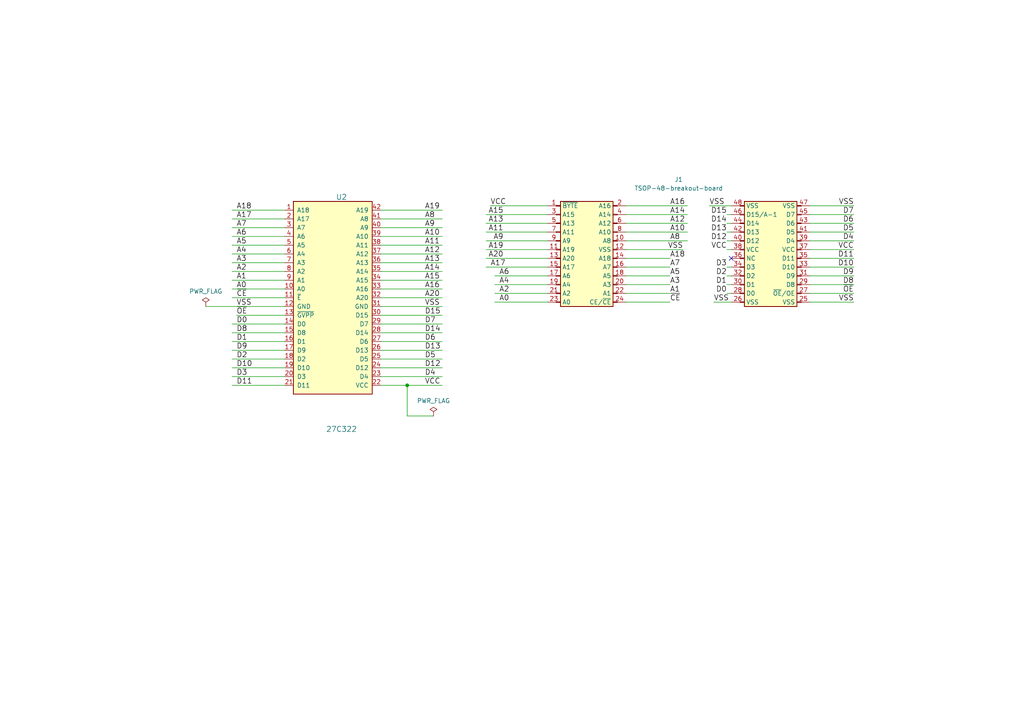
<source format=kicad_sch>
(kicad_sch (version 20211123) (generator eeschema)

  (uuid 4a8c20fe-5d4b-4608-b415-abbf95e0d2b1)

  (paper "A4")

  (lib_symbols
    (symbol "TSOP-48-breakout-board:27C322-adaptor" (pin_names (offset 1.016)) (in_bom yes) (on_board yes)
      (property "Reference" "U2" (id 0) (at -2.54 10.16 0)
        (effects (font (size 1.524 1.524)))
      )
      (property "Value" "27C322-adaptor" (id 1) (at -2.54 -49.53 0)
        (effects (font (size 1.524 1.524)))
      )
      (property "Footprint" "Library:27C322 Adaptor" (id 2) (at 0 0 0)
        (effects (font (size 1.524 1.524)) hide)
      )
      (property "Datasheet" "" (id 3) (at 0 0 0)
        (effects (font (size 1.524 1.524)))
      )
      (symbol "27C322-adaptor_0_0"
        (pin power_in line (at 11.43 -21.59 180) (length 2.54)
          (name "GND" (effects (font (size 1.27 1.27))))
          (number "31" (effects (font (size 1.27 1.27))))
        )
      )
      (symbol "27C322-adaptor_1_1"
        (rectangle (start -13.97 8.89) (end 8.89 -46.99)
          (stroke (width 0.254) (type default) (color 0 0 0 0))
          (fill (type background))
        )
        (pin input line (at -16.51 6.35 0) (length 2.54)
          (name "A18" (effects (font (size 1.27 1.27))))
          (number "1" (effects (font (size 1.27 1.27))))
        )
        (pin input line (at -16.51 -16.51 0) (length 2.54)
          (name "A0" (effects (font (size 1.27 1.27))))
          (number "10" (effects (font (size 1.27 1.27))))
        )
        (pin input line (at -16.51 -19.05 0) (length 2.54)
          (name "~{E}" (effects (font (size 1.27 1.27))))
          (number "11" (effects (font (size 1.27 1.27))))
        )
        (pin power_in line (at -16.51 -21.59 0) (length 2.54)
          (name "GND" (effects (font (size 1.27 1.27))))
          (number "12" (effects (font (size 1.27 1.27))))
        )
        (pin input line (at -16.51 -24.13 0) (length 2.54)
          (name "~{GVPP}" (effects (font (size 1.27 1.27))))
          (number "13" (effects (font (size 1.27 1.27))))
        )
        (pin tri_state line (at -16.51 -26.67 0) (length 2.54)
          (name "D0" (effects (font (size 1.27 1.27))))
          (number "14" (effects (font (size 1.27 1.27))))
        )
        (pin tri_state line (at -16.51 -29.21 0) (length 2.54)
          (name "D8" (effects (font (size 1.27 1.27))))
          (number "15" (effects (font (size 1.27 1.27))))
        )
        (pin tri_state line (at -16.51 -31.75 0) (length 2.54)
          (name "D1" (effects (font (size 1.27 1.27))))
          (number "16" (effects (font (size 1.27 1.27))))
        )
        (pin tri_state line (at -16.51 -34.29 0) (length 2.54)
          (name "D9" (effects (font (size 1.27 1.27))))
          (number "17" (effects (font (size 1.27 1.27))))
        )
        (pin tri_state line (at -16.51 -36.83 0) (length 2.54)
          (name "D2" (effects (font (size 1.27 1.27))))
          (number "18" (effects (font (size 1.27 1.27))))
        )
        (pin tri_state line (at -16.51 -39.37 0) (length 2.54)
          (name "D10" (effects (font (size 1.27 1.27))))
          (number "19" (effects (font (size 1.27 1.27))))
        )
        (pin input line (at -16.51 3.81 0) (length 2.54)
          (name "A17" (effects (font (size 1.27 1.27))))
          (number "2" (effects (font (size 1.27 1.27))))
        )
        (pin tri_state line (at -16.51 -41.91 0) (length 2.54)
          (name "D3" (effects (font (size 1.27 1.27))))
          (number "20" (effects (font (size 1.27 1.27))))
        )
        (pin tri_state line (at -16.51 -44.45 0) (length 2.54)
          (name "D11" (effects (font (size 1.27 1.27))))
          (number "21" (effects (font (size 1.27 1.27))))
        )
        (pin power_in line (at 11.43 -44.45 180) (length 2.54)
          (name "VCC" (effects (font (size 1.27 1.27))))
          (number "22" (effects (font (size 1.27 1.27))))
        )
        (pin tri_state line (at 11.43 -41.91 180) (length 2.54)
          (name "D4" (effects (font (size 1.27 1.27))))
          (number "23" (effects (font (size 1.27 1.27))))
        )
        (pin tri_state line (at 11.43 -39.37 180) (length 2.54)
          (name "D12" (effects (font (size 1.27 1.27))))
          (number "24" (effects (font (size 1.27 1.27))))
        )
        (pin tri_state line (at 11.43 -36.83 180) (length 2.54)
          (name "D5" (effects (font (size 1.27 1.27))))
          (number "25" (effects (font (size 1.27 1.27))))
        )
        (pin tri_state line (at 11.43 -34.29 180) (length 2.54)
          (name "D13" (effects (font (size 1.27 1.27))))
          (number "26" (effects (font (size 1.27 1.27))))
        )
        (pin tri_state line (at 11.43 -31.75 180) (length 2.54)
          (name "D6" (effects (font (size 1.27 1.27))))
          (number "27" (effects (font (size 1.27 1.27))))
        )
        (pin tri_state line (at 11.43 -29.21 180) (length 2.54)
          (name "D14" (effects (font (size 1.27 1.27))))
          (number "28" (effects (font (size 1.27 1.27))))
        )
        (pin tri_state line (at 11.43 -26.67 180) (length 2.54)
          (name "D7" (effects (font (size 1.27 1.27))))
          (number "29" (effects (font (size 1.27 1.27))))
        )
        (pin input line (at -16.51 1.27 0) (length 2.54)
          (name "A7" (effects (font (size 1.27 1.27))))
          (number "3" (effects (font (size 1.27 1.27))))
        )
        (pin tri_state line (at 11.43 -24.13 180) (length 2.54)
          (name "D15" (effects (font (size 1.27 1.27))))
          (number "30" (effects (font (size 1.27 1.27))))
        )
        (pin input line (at 11.43 -19.05 180) (length 2.54)
          (name "A20" (effects (font (size 1.27 1.27))))
          (number "32" (effects (font (size 1.27 1.27))))
        )
        (pin input line (at 11.43 -16.51 180) (length 2.54)
          (name "A16" (effects (font (size 1.27 1.27))))
          (number "33" (effects (font (size 1.27 1.27))))
        )
        (pin input line (at 11.43 -13.97 180) (length 2.54)
          (name "A15" (effects (font (size 1.27 1.27))))
          (number "34" (effects (font (size 1.27 1.27))))
        )
        (pin input line (at 11.43 -11.43 180) (length 2.54)
          (name "A14" (effects (font (size 1.27 1.27))))
          (number "35" (effects (font (size 1.27 1.27))))
        )
        (pin input line (at 11.43 -8.89 180) (length 2.54)
          (name "A13" (effects (font (size 1.27 1.27))))
          (number "36" (effects (font (size 1.27 1.27))))
        )
        (pin input line (at 11.43 -6.35 180) (length 2.54)
          (name "A12" (effects (font (size 1.27 1.27))))
          (number "37" (effects (font (size 1.27 1.27))))
        )
        (pin input line (at 11.43 -3.81 180) (length 2.54)
          (name "A11" (effects (font (size 1.27 1.27))))
          (number "38" (effects (font (size 1.27 1.27))))
        )
        (pin input line (at 11.43 -1.27 180) (length 2.54)
          (name "A10" (effects (font (size 1.27 1.27))))
          (number "39" (effects (font (size 1.27 1.27))))
        )
        (pin input line (at -16.51 -1.27 0) (length 2.54)
          (name "A6" (effects (font (size 1.27 1.27))))
          (number "4" (effects (font (size 1.27 1.27))))
        )
        (pin input line (at 11.43 1.27 180) (length 2.54)
          (name "A9" (effects (font (size 1.27 1.27))))
          (number "40" (effects (font (size 1.27 1.27))))
        )
        (pin input line (at 11.43 3.81 180) (length 2.54)
          (name "A8" (effects (font (size 1.27 1.27))))
          (number "41" (effects (font (size 1.27 1.27))))
        )
        (pin input line (at 11.43 6.35 180) (length 2.54)
          (name "A19" (effects (font (size 1.27 1.27))))
          (number "42" (effects (font (size 1.27 1.27))))
        )
        (pin input line (at -16.51 -3.81 0) (length 2.54)
          (name "A5" (effects (font (size 1.27 1.27))))
          (number "5" (effects (font (size 1.27 1.27))))
        )
        (pin input line (at -16.51 -6.35 0) (length 2.54)
          (name "A4" (effects (font (size 1.27 1.27))))
          (number "6" (effects (font (size 1.27 1.27))))
        )
        (pin input line (at -16.51 -8.89 0) (length 2.54)
          (name "A3" (effects (font (size 1.27 1.27))))
          (number "7" (effects (font (size 1.27 1.27))))
        )
        (pin input line (at -16.51 -11.43 0) (length 2.54)
          (name "A2" (effects (font (size 1.27 1.27))))
          (number "8" (effects (font (size 1.27 1.27))))
        )
        (pin input line (at -16.51 -13.97 0) (length 2.54)
          (name "A1" (effects (font (size 1.27 1.27))))
          (number "9" (effects (font (size 1.27 1.27))))
        )
      )
    )
    (symbol "TSOP-48-breakout-board:TSOP-48-breakout-board" (in_bom yes) (on_board yes)
      (property "Reference" "J" (id 0) (at 1.27 -34.29 0)
        (effects (font (size 1.27 1.27)) (justify bottom))
      )
      (property "Value" "TSOP-48-breakout-board" (id 1) (at 1.27 -35.56 0)
        (effects (font (size 1.27 1.27)))
      )
      (property "Footprint" "Library:TSOP-48_02x02x12_breakout board" (id 2) (at 1.27 6.35 0)
        (effects (font (size 1.27 1.27)) hide)
      )
      (property "Datasheet" "" (id 3) (at -21.59 -13.97 0)
        (effects (font (size 1.27 1.27)) hide)
      )
      (symbol "TSOP-48-breakout-board_1_1"
        (rectangle (start -35.56 -29.083) (end -34.29 -29.337)
          (stroke (width 0.1524) (type default) (color 0 0 0 0))
          (fill (type none))
        )
        (rectangle (start -35.56 -26.543) (end -34.29 -26.797)
          (stroke (width 0.1524) (type default) (color 0 0 0 0))
          (fill (type none))
        )
        (rectangle (start -35.56 -24.003) (end -34.29 -24.257)
          (stroke (width 0.1524) (type default) (color 0 0 0 0))
          (fill (type none))
        )
        (rectangle (start -35.56 -21.463) (end -34.29 -21.717)
          (stroke (width 0.1524) (type default) (color 0 0 0 0))
          (fill (type none))
        )
        (rectangle (start -35.56 -18.923) (end -34.29 -19.177)
          (stroke (width 0.1524) (type default) (color 0 0 0 0))
          (fill (type none))
        )
        (rectangle (start -35.56 -16.383) (end -34.29 -16.637)
          (stroke (width 0.1524) (type default) (color 0 0 0 0))
          (fill (type none))
        )
        (rectangle (start -35.56 -13.843) (end -34.29 -14.097)
          (stroke (width 0.1524) (type default) (color 0 0 0 0))
          (fill (type none))
        )
        (rectangle (start -35.56 -11.303) (end -34.29 -11.557)
          (stroke (width 0.1524) (type default) (color 0 0 0 0))
          (fill (type none))
        )
        (rectangle (start -35.56 -8.763) (end -34.29 -9.017)
          (stroke (width 0.1524) (type default) (color 0 0 0 0))
          (fill (type none))
        )
        (rectangle (start -35.56 -6.223) (end -34.29 -6.477)
          (stroke (width 0.1524) (type default) (color 0 0 0 0))
          (fill (type none))
        )
        (rectangle (start -35.56 -3.683) (end -34.29 -3.937)
          (stroke (width 0.1524) (type default) (color 0 0 0 0))
          (fill (type none))
        )
        (rectangle (start -35.56 -1.143) (end -34.29 -1.397)
          (stroke (width 0.1524) (type default) (color 0 0 0 0))
          (fill (type none))
        )
        (rectangle (start -34.29 0) (end -19.05 -30.48)
          (stroke (width 0.254) (type default) (color 0 0 0 0))
          (fill (type background))
        )
        (rectangle (start -17.78 -29.083) (end -19.05 -29.337)
          (stroke (width 0.1524) (type default) (color 0 0 0 0))
          (fill (type none))
        )
        (rectangle (start -17.78 -26.543) (end -19.05 -26.797)
          (stroke (width 0.1524) (type default) (color 0 0 0 0))
          (fill (type none))
        )
        (rectangle (start -17.78 -24.003) (end -19.05 -24.257)
          (stroke (width 0.1524) (type default) (color 0 0 0 0))
          (fill (type none))
        )
        (rectangle (start -17.78 -21.463) (end -19.05 -21.717)
          (stroke (width 0.1524) (type default) (color 0 0 0 0))
          (fill (type none))
        )
        (rectangle (start -17.78 -18.923) (end -19.05 -19.177)
          (stroke (width 0.1524) (type default) (color 0 0 0 0))
          (fill (type none))
        )
        (rectangle (start -17.78 -16.383) (end -19.05 -16.637)
          (stroke (width 0.1524) (type default) (color 0 0 0 0))
          (fill (type none))
        )
        (rectangle (start -17.78 -13.843) (end -19.05 -14.097)
          (stroke (width 0.1524) (type default) (color 0 0 0 0))
          (fill (type none))
        )
        (rectangle (start -17.78 -11.303) (end -19.05 -11.557)
          (stroke (width 0.1524) (type default) (color 0 0 0 0))
          (fill (type none))
        )
        (rectangle (start -17.78 -8.763) (end -19.05 -9.017)
          (stroke (width 0.1524) (type default) (color 0 0 0 0))
          (fill (type none))
        )
        (rectangle (start -17.78 -6.223) (end -19.05 -6.477)
          (stroke (width 0.1524) (type default) (color 0 0 0 0))
          (fill (type none))
        )
        (rectangle (start -17.78 -3.683) (end -19.05 -3.937)
          (stroke (width 0.1524) (type default) (color 0 0 0 0))
          (fill (type none))
        )
        (rectangle (start -17.78 -1.143) (end -19.05 -1.397)
          (stroke (width 0.1524) (type default) (color 0 0 0 0))
          (fill (type none))
        )
        (rectangle (start 17.78 -29.083) (end 19.05 -29.337)
          (stroke (width 0.1524) (type default) (color 0 0 0 0))
          (fill (type none))
        )
        (rectangle (start 17.78 -26.797) (end 19.05 -26.543)
          (stroke (width 0.1524) (type default) (color 0 0 0 0))
          (fill (type none))
        )
        (rectangle (start 17.78 -24.257) (end 19.05 -24.003)
          (stroke (width 0.1524) (type default) (color 0 0 0 0))
          (fill (type none))
        )
        (rectangle (start 17.78 -21.717) (end 19.05 -21.463)
          (stroke (width 0.1524) (type default) (color 0 0 0 0))
          (fill (type none))
        )
        (rectangle (start 17.78 -19.177) (end 19.05 -18.923)
          (stroke (width 0.1524) (type default) (color 0 0 0 0))
          (fill (type none))
        )
        (rectangle (start 17.78 -16.637) (end 19.05 -16.383)
          (stroke (width 0.1524) (type default) (color 0 0 0 0))
          (fill (type none))
        )
        (rectangle (start 17.78 -14.097) (end 19.05 -13.843)
          (stroke (width 0.1524) (type default) (color 0 0 0 0))
          (fill (type none))
        )
        (rectangle (start 17.78 -11.557) (end 19.05 -11.303)
          (stroke (width 0.1524) (type default) (color 0 0 0 0))
          (fill (type none))
        )
        (rectangle (start 17.78 -9.017) (end 19.05 -8.763)
          (stroke (width 0.1524) (type default) (color 0 0 0 0))
          (fill (type none))
        )
        (rectangle (start 17.78 -6.477) (end 19.05 -6.223)
          (stroke (width 0.1524) (type default) (color 0 0 0 0))
          (fill (type none))
        )
        (rectangle (start 17.78 -3.937) (end 19.05 -3.683)
          (stroke (width 0.1524) (type default) (color 0 0 0 0))
          (fill (type none))
        )
        (rectangle (start 17.78 -1.143) (end 19.05 -1.397)
          (stroke (width 0.1524) (type default) (color 0 0 0 0))
          (fill (type none))
        )
        (rectangle (start 19.05 0) (end 34.29 -30.48)
          (stroke (width 0.254) (type default) (color 0 0 0 0))
          (fill (type background))
        )
        (rectangle (start 35.56 -29.083) (end 34.29 -29.337)
          (stroke (width 0.1524) (type default) (color 0 0 0 0))
          (fill (type none))
        )
        (rectangle (start 35.56 -26.797) (end 34.29 -26.543)
          (stroke (width 0.1524) (type default) (color 0 0 0 0))
          (fill (type none))
        )
        (rectangle (start 35.56 -24.257) (end 34.29 -24.003)
          (stroke (width 0.1524) (type default) (color 0 0 0 0))
          (fill (type none))
        )
        (rectangle (start 35.56 -21.717) (end 34.29 -21.463)
          (stroke (width 0.1524) (type default) (color 0 0 0 0))
          (fill (type none))
        )
        (rectangle (start 35.56 -19.177) (end 34.29 -18.923)
          (stroke (width 0.1524) (type default) (color 0 0 0 0))
          (fill (type none))
        )
        (rectangle (start 35.56 -16.637) (end 34.29 -16.383)
          (stroke (width 0.1524) (type default) (color 0 0 0 0))
          (fill (type none))
        )
        (rectangle (start 35.56 -14.097) (end 34.29 -13.843)
          (stroke (width 0.1524) (type default) (color 0 0 0 0))
          (fill (type none))
        )
        (rectangle (start 35.56 -11.557) (end 34.29 -11.303)
          (stroke (width 0.1524) (type default) (color 0 0 0 0))
          (fill (type none))
        )
        (rectangle (start 35.56 -9.017) (end 34.29 -8.763)
          (stroke (width 0.1524) (type default) (color 0 0 0 0))
          (fill (type none))
        )
        (rectangle (start 35.56 -6.477) (end 34.29 -6.223)
          (stroke (width 0.1524) (type default) (color 0 0 0 0))
          (fill (type none))
        )
        (rectangle (start 35.56 -3.937) (end 34.29 -3.683)
          (stroke (width 0.1524) (type default) (color 0 0 0 0))
          (fill (type none))
        )
        (rectangle (start 35.56 -1.143) (end 34.29 -1.397)
          (stroke (width 0.1524) (type default) (color 0 0 0 0))
          (fill (type none))
        )
        (pin passive line (at -38.1 -1.27 0) (length 3.81)
          (name "~{BYTE}" (effects (font (size 1.27 1.27))))
          (number "1" (effects (font (size 1.27 1.27))))
        )
        (pin passive line (at -15.24 -11.43 180) (length 3.81)
          (name "A8" (effects (font (size 1.27 1.27))))
          (number "10" (effects (font (size 1.27 1.27))))
        )
        (pin passive line (at -38.1 -13.97 0) (length 3.81)
          (name "A19" (effects (font (size 1.27 1.27))))
          (number "11" (effects (font (size 1.27 1.27))))
        )
        (pin passive line (at -15.24 -13.97 180) (length 3.81)
          (name "VSS" (effects (font (size 1.27 1.27))))
          (number "12" (effects (font (size 1.27 1.27))))
        )
        (pin passive line (at -38.1 -16.51 0) (length 3.81)
          (name "A20" (effects (font (size 1.27 1.27))))
          (number "13" (effects (font (size 1.27 1.27))))
        )
        (pin passive line (at -15.24 -16.51 180) (length 3.81)
          (name "A18" (effects (font (size 1.27 1.27))))
          (number "14" (effects (font (size 1.27 1.27))))
        )
        (pin passive line (at -38.1 -19.05 0) (length 3.81)
          (name "A17" (effects (font (size 1.27 1.27))))
          (number "15" (effects (font (size 1.27 1.27))))
        )
        (pin passive line (at -15.24 -19.05 180) (length 3.81)
          (name "A7" (effects (font (size 1.27 1.27))))
          (number "16" (effects (font (size 1.27 1.27))))
        )
        (pin passive line (at -38.1 -21.59 0) (length 3.81)
          (name "A6" (effects (font (size 1.27 1.27))))
          (number "17" (effects (font (size 1.27 1.27))))
        )
        (pin passive line (at -15.24 -21.59 180) (length 3.81)
          (name "A5" (effects (font (size 1.27 1.27))))
          (number "18" (effects (font (size 1.27 1.27))))
        )
        (pin passive line (at -38.1 -24.13 0) (length 3.81)
          (name "A4" (effects (font (size 1.27 1.27))))
          (number "19" (effects (font (size 1.27 1.27))))
        )
        (pin passive line (at -15.24 -1.27 180) (length 3.81)
          (name "A16" (effects (font (size 1.27 1.27))))
          (number "2" (effects (font (size 1.27 1.27))))
        )
        (pin passive line (at -15.24 -24.13 180) (length 3.81)
          (name "A3" (effects (font (size 1.27 1.27))))
          (number "20" (effects (font (size 1.27 1.27))))
        )
        (pin passive line (at -38.1 -26.67 0) (length 3.81)
          (name "A2" (effects (font (size 1.27 1.27))))
          (number "21" (effects (font (size 1.27 1.27))))
        )
        (pin passive line (at -15.24 -26.67 180) (length 3.81)
          (name "A1" (effects (font (size 1.27 1.27))))
          (number "22" (effects (font (size 1.27 1.27))))
        )
        (pin passive line (at -38.1 -29.21 0) (length 3.81)
          (name "A0" (effects (font (size 1.27 1.27))))
          (number "23" (effects (font (size 1.27 1.27))))
        )
        (pin passive line (at -15.24 -29.21 180) (length 3.81)
          (name "CE/~{CE}" (effects (font (size 1.27 1.27))))
          (number "24" (effects (font (size 1.27 1.27))))
        )
        (pin passive line (at 38.1 -29.21 180) (length 3.81)
          (name "VSS" (effects (font (size 1.27 1.27))))
          (number "25" (effects (font (size 1.27 1.27))))
        )
        (pin passive line (at 15.24 -29.21 0) (length 3.81)
          (name "VSS" (effects (font (size 1.27 1.27))))
          (number "26" (effects (font (size 1.27 1.27))))
        )
        (pin passive line (at 38.1 -26.67 180) (length 3.81)
          (name "~{OE}/OE" (effects (font (size 1.27 1.27))))
          (number "27" (effects (font (size 1.27 1.27))))
        )
        (pin passive line (at 15.24 -26.67 0) (length 3.81)
          (name "D0" (effects (font (size 1.27 1.27))))
          (number "28" (effects (font (size 1.27 1.27))))
        )
        (pin passive line (at 38.1 -24.13 180) (length 3.81)
          (name "D8" (effects (font (size 1.27 1.27))))
          (number "29" (effects (font (size 1.27 1.27))))
        )
        (pin passive line (at -38.1 -3.81 0) (length 3.81)
          (name "A15" (effects (font (size 1.27 1.27))))
          (number "3" (effects (font (size 1.27 1.27))))
        )
        (pin passive line (at 15.24 -24.13 0) (length 3.81)
          (name "D1" (effects (font (size 1.27 1.27))))
          (number "30" (effects (font (size 1.27 1.27))))
        )
        (pin passive line (at 38.1 -21.59 180) (length 3.81)
          (name "D9" (effects (font (size 1.27 1.27))))
          (number "31" (effects (font (size 1.27 1.27))))
        )
        (pin passive line (at 15.24 -21.59 0) (length 3.81)
          (name "D2" (effects (font (size 1.27 1.27))))
          (number "32" (effects (font (size 1.27 1.27))))
        )
        (pin passive line (at 38.1 -19.05 180) (length 3.81)
          (name "D10" (effects (font (size 1.27 1.27))))
          (number "33" (effects (font (size 1.27 1.27))))
        )
        (pin passive line (at 15.24 -19.05 0) (length 3.81)
          (name "D3" (effects (font (size 1.27 1.27))))
          (number "34" (effects (font (size 1.27 1.27))))
        )
        (pin passive line (at 38.1 -16.51 180) (length 3.81)
          (name "D11" (effects (font (size 1.27 1.27))))
          (number "35" (effects (font (size 1.27 1.27))))
        )
        (pin passive line (at 15.24 -16.51 0) (length 3.81)
          (name "NC" (effects (font (size 1.27 1.27))))
          (number "36" (effects (font (size 1.27 1.27))))
        )
        (pin passive line (at 38.1 -13.97 180) (length 3.81)
          (name "VCC" (effects (font (size 1.27 1.27))))
          (number "37" (effects (font (size 1.27 1.27))))
        )
        (pin passive line (at 15.24 -13.97 0) (length 3.81)
          (name "VCC" (effects (font (size 1.27 1.27))))
          (number "38" (effects (font (size 1.27 1.27))))
        )
        (pin passive line (at 38.1 -11.43 180) (length 3.81)
          (name "D4" (effects (font (size 1.27 1.27))))
          (number "39" (effects (font (size 1.27 1.27))))
        )
        (pin passive line (at -15.24 -3.81 180) (length 3.81)
          (name "A14" (effects (font (size 1.27 1.27))))
          (number "4" (effects (font (size 1.27 1.27))))
        )
        (pin passive line (at 15.24 -11.43 0) (length 3.81)
          (name "D12" (effects (font (size 1.27 1.27))))
          (number "40" (effects (font (size 1.27 1.27))))
        )
        (pin passive line (at 38.1 -8.89 180) (length 3.81)
          (name "D5" (effects (font (size 1.27 1.27))))
          (number "41" (effects (font (size 1.27 1.27))))
        )
        (pin passive line (at 15.24 -8.89 0) (length 3.81)
          (name "D13" (effects (font (size 1.27 1.27))))
          (number "42" (effects (font (size 1.27 1.27))))
        )
        (pin passive line (at 38.1 -6.35 180) (length 3.81)
          (name "D6" (effects (font (size 1.27 1.27))))
          (number "43" (effects (font (size 1.27 1.27))))
        )
        (pin passive line (at 15.24 -6.35 0) (length 3.81)
          (name "D14" (effects (font (size 1.27 1.27))))
          (number "44" (effects (font (size 1.27 1.27))))
        )
        (pin passive line (at 38.1 -3.81 180) (length 3.81)
          (name "D7" (effects (font (size 1.27 1.27))))
          (number "45" (effects (font (size 1.27 1.27))))
        )
        (pin passive line (at 15.24 -3.81 0) (length 3.81)
          (name "D15/A-1" (effects (font (size 1.27 1.27))))
          (number "46" (effects (font (size 1.27 1.27))))
        )
        (pin passive line (at 38.1 -1.27 180) (length 3.81)
          (name "VSS" (effects (font (size 1.27 1.27))))
          (number "47" (effects (font (size 1.27 1.27))))
        )
        (pin passive line (at 15.24 -1.27 0) (length 3.81)
          (name "VSS" (effects (font (size 1.27 1.27))))
          (number "48" (effects (font (size 1.27 1.27))))
        )
        (pin passive line (at -38.1 -6.35 0) (length 3.81)
          (name "A13" (effects (font (size 1.27 1.27))))
          (number "5" (effects (font (size 1.27 1.27))))
        )
        (pin passive line (at -15.24 -6.35 180) (length 3.81)
          (name "A12" (effects (font (size 1.27 1.27))))
          (number "6" (effects (font (size 1.27 1.27))))
        )
        (pin passive line (at -38.1 -8.89 0) (length 3.81)
          (name "A11" (effects (font (size 1.27 1.27))))
          (number "7" (effects (font (size 1.27 1.27))))
        )
        (pin passive line (at -15.24 -8.89 180) (length 3.81)
          (name "A10" (effects (font (size 1.27 1.27))))
          (number "8" (effects (font (size 1.27 1.27))))
        )
        (pin passive line (at -38.1 -11.43 0) (length 3.81)
          (name "A9" (effects (font (size 1.27 1.27))))
          (number "9" (effects (font (size 1.27 1.27))))
        )
      )
    )
    (symbol "power:PWR_FLAG" (power) (pin_numbers hide) (pin_names (offset 0) hide) (in_bom yes) (on_board yes)
      (property "Reference" "#FLG" (id 0) (at 0 1.905 0)
        (effects (font (size 1.27 1.27)) hide)
      )
      (property "Value" "PWR_FLAG" (id 1) (at 0 3.81 0)
        (effects (font (size 1.27 1.27)))
      )
      (property "Footprint" "" (id 2) (at 0 0 0)
        (effects (font (size 1.27 1.27)) hide)
      )
      (property "Datasheet" "~" (id 3) (at 0 0 0)
        (effects (font (size 1.27 1.27)) hide)
      )
      (property "ki_keywords" "power-flag" (id 4) (at 0 0 0)
        (effects (font (size 1.27 1.27)) hide)
      )
      (property "ki_description" "Special symbol for telling ERC where power comes from" (id 5) (at 0 0 0)
        (effects (font (size 1.27 1.27)) hide)
      )
      (symbol "PWR_FLAG_0_0"
        (pin power_out line (at 0 0 90) (length 0)
          (name "pwr" (effects (font (size 1.27 1.27))))
          (number "1" (effects (font (size 1.27 1.27))))
        )
      )
      (symbol "PWR_FLAG_0_1"
        (polyline
          (pts
            (xy 0 0)
            (xy 0 1.27)
            (xy -1.016 1.905)
            (xy 0 2.54)
            (xy 1.016 1.905)
            (xy 0 1.27)
          )
          (stroke (width 0) (type default) (color 0 0 0 0))
          (fill (type none))
        )
      )
    )
  )

  (junction (at 118.11 111.76) (diameter 0) (color 0 0 0 0)
    (uuid d172d49b-a188-446b-b390-27127b0d2ea9)
  )

  (no_connect (at 212.09 74.93) (uuid ceaec769-4d20-48e5-b92a-041fd3f953da))

  (wire (pts (xy 181.61 62.23) (xy 199.39 62.23))
    (stroke (width 0) (type default) (color 0 0 0 0))
    (uuid 02efe948-34ba-4203-a43f-1c43a1880771)
  )
  (wire (pts (xy 158.75 69.85) (xy 140.97 69.85))
    (stroke (width 0) (type default) (color 0 0 0 0))
    (uuid 06e384f0-370d-4171-8677-c2537826cc04)
  )
  (wire (pts (xy 67.31 68.58) (xy 82.55 68.58))
    (stroke (width 0) (type default) (color 0 0 0 0))
    (uuid 09c6ca89-863f-42d4-867e-9a769c316610)
  )
  (wire (pts (xy 110.49 63.5) (xy 128.27 63.5))
    (stroke (width 0) (type default) (color 0 0 0 0))
    (uuid 0a79db37-f1d9-40b1-a24d-8bdfb8f637e2)
  )
  (wire (pts (xy 247.65 69.85) (xy 234.95 69.85))
    (stroke (width 0) (type default) (color 0 0 0 0))
    (uuid 0e3ae071-1150-4edf-92f7-9c20f1363018)
  )
  (wire (pts (xy 67.31 81.28) (xy 82.55 81.28))
    (stroke (width 0) (type default) (color 0 0 0 0))
    (uuid 0e592cd4-1950-44ef-9727-8e526f4c4e12)
  )
  (wire (pts (xy 110.49 101.6) (xy 128.27 101.6))
    (stroke (width 0) (type default) (color 0 0 0 0))
    (uuid 10fa1a8c-62cb-4b8f-b916-b18d737ff71b)
  )
  (wire (pts (xy 110.49 76.2) (xy 128.27 76.2))
    (stroke (width 0) (type default) (color 0 0 0 0))
    (uuid 19515fa4-c166-4b6e-837d-c01a89e98000)
  )
  (wire (pts (xy 143.51 85.09) (xy 158.75 85.09))
    (stroke (width 0) (type default) (color 0 0 0 0))
    (uuid 196ca3a3-78c1-42e4-ba75-458e8544d8fa)
  )
  (wire (pts (xy 158.75 67.31) (xy 140.97 67.31))
    (stroke (width 0) (type default) (color 0 0 0 0))
    (uuid 1a8b0223-dc09-4411-b9e4-c0400d0813a8)
  )
  (wire (pts (xy 67.31 83.82) (xy 82.55 83.82))
    (stroke (width 0) (type default) (color 0 0 0 0))
    (uuid 2295a793-dfca-4b86-a3e5-abf1834e2790)
  )
  (wire (pts (xy 140.97 77.47) (xy 158.75 77.47))
    (stroke (width 0) (type default) (color 0 0 0 0))
    (uuid 229f0e71-39c0-4b59-9965-4d822fa11386)
  )
  (wire (pts (xy 118.11 111.76) (xy 128.27 111.76))
    (stroke (width 0) (type default) (color 0 0 0 0))
    (uuid 232fdbb6-5d0a-46ae-add8-fffcbc1d09b4)
  )
  (wire (pts (xy 158.75 74.93) (xy 140.97 74.93))
    (stroke (width 0) (type default) (color 0 0 0 0))
    (uuid 263358a6-6088-4e18-b1f8-d3c0e681933f)
  )
  (wire (pts (xy 118.11 120.65) (xy 118.11 111.76))
    (stroke (width 0) (type default) (color 0 0 0 0))
    (uuid 2680c51f-350e-4460-abd0-7f51d0f1f517)
  )
  (wire (pts (xy 67.31 71.12) (xy 82.55 71.12))
    (stroke (width 0) (type default) (color 0 0 0 0))
    (uuid 28b01cd2-da3a-46ec-8825-b0f31a0b8987)
  )
  (wire (pts (xy 194.31 82.55) (xy 181.61 82.55))
    (stroke (width 0) (type default) (color 0 0 0 0))
    (uuid 2939637b-8d35-4838-a7b5-94f6da39369a)
  )
  (wire (pts (xy 110.49 88.9) (xy 128.27 88.9))
    (stroke (width 0) (type default) (color 0 0 0 0))
    (uuid 29cd9e70-9b68-44f7-96b2-fe993c246832)
  )
  (wire (pts (xy 181.61 64.77) (xy 199.39 64.77))
    (stroke (width 0) (type default) (color 0 0 0 0))
    (uuid 2a3372ad-def5-42a6-ae0f-f50c3bffde7e)
  )
  (wire (pts (xy 194.31 85.09) (xy 181.61 85.09))
    (stroke (width 0) (type default) (color 0 0 0 0))
    (uuid 2a5a2af0-41e5-4215-be67-baa1db6c13a9)
  )
  (wire (pts (xy 110.49 91.44) (xy 128.27 91.44))
    (stroke (width 0) (type default) (color 0 0 0 0))
    (uuid 2e1d63b8-5189-41bb-8b6a-c4ada546b2d5)
  )
  (wire (pts (xy 110.49 99.06) (xy 128.27 99.06))
    (stroke (width 0) (type default) (color 0 0 0 0))
    (uuid 2f33286e-7553-4442-acf0-23c61fcd6ab0)
  )
  (wire (pts (xy 210.82 62.23) (xy 212.09 62.23))
    (stroke (width 0) (type default) (color 0 0 0 0))
    (uuid 30317d77-3dba-4d9f-8ed9-92af5891f5d4)
  )
  (wire (pts (xy 110.49 66.04) (xy 128.27 66.04))
    (stroke (width 0) (type default) (color 0 0 0 0))
    (uuid 315d2b15-cfe6-4672-b3ad-24773f3df12c)
  )
  (wire (pts (xy 247.65 77.47) (xy 234.95 77.47))
    (stroke (width 0) (type default) (color 0 0 0 0))
    (uuid 347aadd9-aeff-47eb-a5d8-40cd2feec609)
  )
  (wire (pts (xy 67.31 73.66) (xy 82.55 73.66))
    (stroke (width 0) (type default) (color 0 0 0 0))
    (uuid 34a11a07-8b7f-45d2-96e3-89fd43e62756)
  )
  (wire (pts (xy 247.65 72.39) (xy 234.95 72.39))
    (stroke (width 0) (type default) (color 0 0 0 0))
    (uuid 34b2437c-b362-45d3-904a-b58c95766367)
  )
  (wire (pts (xy 67.31 63.5) (xy 82.55 63.5))
    (stroke (width 0) (type default) (color 0 0 0 0))
    (uuid 34ddb753-e57c-4ca8-a67b-d7cdf62cae93)
  )
  (wire (pts (xy 181.61 59.69) (xy 199.39 59.69))
    (stroke (width 0) (type default) (color 0 0 0 0))
    (uuid 35cc5ab3-0424-4cde-a4b7-dd08e1c0b3de)
  )
  (wire (pts (xy 68.58 91.44) (xy 82.55 91.44))
    (stroke (width 0) (type default) (color 0 0 0 0))
    (uuid 374aa4ea-7381-4c88-93a0-9878e8eb1055)
  )
  (wire (pts (xy 143.51 82.55) (xy 158.75 82.55))
    (stroke (width 0) (type default) (color 0 0 0 0))
    (uuid 3bc2f3cf-02d0-407e-8658-099881ab0f10)
  )
  (wire (pts (xy 194.31 87.63) (xy 181.61 87.63))
    (stroke (width 0) (type default) (color 0 0 0 0))
    (uuid 3ca73d87-58a1-4cb4-aeb8-96f40d5520e6)
  )
  (wire (pts (xy 110.49 106.68) (xy 128.27 106.68))
    (stroke (width 0) (type default) (color 0 0 0 0))
    (uuid 43f341b3-06e9-4e7a-a26e-5365b89d76bf)
  )
  (wire (pts (xy 110.49 60.96) (xy 128.27 60.96))
    (stroke (width 0) (type default) (color 0 0 0 0))
    (uuid 48034820-9d25-4020-8e74-d44c1441e803)
  )
  (wire (pts (xy 110.49 111.76) (xy 118.11 111.76))
    (stroke (width 0) (type default) (color 0 0 0 0))
    (uuid 4d51bc15-1f84-46be-8e16-e836b10f854e)
  )
  (wire (pts (xy 181.61 67.31) (xy 199.39 67.31))
    (stroke (width 0) (type default) (color 0 0 0 0))
    (uuid 4dd03ec8-aef4-445d-b21c-865cefca1016)
  )
  (wire (pts (xy 247.65 80.01) (xy 234.95 80.01))
    (stroke (width 0) (type default) (color 0 0 0 0))
    (uuid 4e4ea585-9a1b-46ca-bd90-b93ccb93716b)
  )
  (wire (pts (xy 110.49 78.74) (xy 128.27 78.74))
    (stroke (width 0) (type default) (color 0 0 0 0))
    (uuid 5099f397-6fe7-454f-899c-34e2b5f22ca7)
  )
  (wire (pts (xy 158.75 72.39) (xy 140.97 72.39))
    (stroke (width 0) (type default) (color 0 0 0 0))
    (uuid 56259032-2d1e-495f-92b4-1a28cde098c6)
  )
  (wire (pts (xy 210.82 85.09) (xy 212.09 85.09))
    (stroke (width 0) (type default) (color 0 0 0 0))
    (uuid 57f5536c-8050-474f-aa9e-8da87f58ec5c)
  )
  (wire (pts (xy 67.31 111.76) (xy 82.55 111.76))
    (stroke (width 0) (type default) (color 0 0 0 0))
    (uuid 5a397f61-35c4-4c18-9dcd-73a2d44cc9af)
  )
  (wire (pts (xy 67.31 78.74) (xy 82.55 78.74))
    (stroke (width 0) (type default) (color 0 0 0 0))
    (uuid 5bbde4f9-fcdb-4d27-a2d6-3847fcdd87ba)
  )
  (wire (pts (xy 67.31 109.22) (xy 82.55 109.22))
    (stroke (width 0) (type default) (color 0 0 0 0))
    (uuid 5cff09b0-b3d4-41a7-a6a4-7f917b40eda9)
  )
  (wire (pts (xy 210.82 64.77) (xy 212.09 64.77))
    (stroke (width 0) (type default) (color 0 0 0 0))
    (uuid 60fb365f-5f98-4429-bf64-4711f7df6208)
  )
  (wire (pts (xy 142.24 59.69) (xy 158.75 59.69))
    (stroke (width 0) (type default) (color 0 0 0 0))
    (uuid 6189b515-c39c-4614-9900-57e9dbc961a3)
  )
  (wire (pts (xy 247.65 87.63) (xy 234.95 87.63))
    (stroke (width 0) (type default) (color 0 0 0 0))
    (uuid 625c1bb6-c393-4ea0-8954-3e656ff047da)
  )
  (wire (pts (xy 110.49 68.58) (xy 128.27 68.58))
    (stroke (width 0) (type default) (color 0 0 0 0))
    (uuid 6474aa6c-825c-4f0f-9938-759b68df02a5)
  )
  (wire (pts (xy 67.31 106.68) (xy 82.55 106.68))
    (stroke (width 0) (type default) (color 0 0 0 0))
    (uuid 64d1d0fe-4fd6-4a55-8314-56a651e1ccab)
  )
  (wire (pts (xy 210.82 67.31) (xy 212.09 67.31))
    (stroke (width 0) (type default) (color 0 0 0 0))
    (uuid 6db23ecb-8d22-404f-ad7e-7ac9ee276aeb)
  )
  (wire (pts (xy 67.31 96.52) (xy 82.55 96.52))
    (stroke (width 0) (type default) (color 0 0 0 0))
    (uuid 6ea0f2f7-b064-4b8f-bd17-48195d1c83d1)
  )
  (wire (pts (xy 67.31 104.14) (xy 82.55 104.14))
    (stroke (width 0) (type default) (color 0 0 0 0))
    (uuid 70cda344-73be-4466-a097-1fd56f3b19e2)
  )
  (wire (pts (xy 110.49 81.28) (xy 128.27 81.28))
    (stroke (width 0) (type default) (color 0 0 0 0))
    (uuid 7114de55-86d9-46c1-a412-07f5eb895435)
  )
  (wire (pts (xy 67.31 93.98) (xy 82.55 93.98))
    (stroke (width 0) (type default) (color 0 0 0 0))
    (uuid 725579dd-9ec6-473d-8843-6a11e99f108c)
  )
  (wire (pts (xy 247.65 74.93) (xy 234.95 74.93))
    (stroke (width 0) (type default) (color 0 0 0 0))
    (uuid 791f4760-c33d-43b4-9853-ac6d90c017ab)
  )
  (wire (pts (xy 82.55 60.96) (xy 67.31 60.96))
    (stroke (width 0) (type default) (color 0 0 0 0))
    (uuid 799d9f4a-bb6b-44d5-9f4c-3a30db59943d)
  )
  (wire (pts (xy 194.31 74.93) (xy 181.61 74.93))
    (stroke (width 0) (type default) (color 0 0 0 0))
    (uuid 7b3583f4-abc7-42ef-b6be-24a284cb5e8f)
  )
  (wire (pts (xy 158.75 62.23) (xy 140.97 62.23))
    (stroke (width 0) (type default) (color 0 0 0 0))
    (uuid 7fc9454a-2f2b-40eb-b147-085ce639844a)
  )
  (wire (pts (xy 67.31 99.06) (xy 82.55 99.06))
    (stroke (width 0) (type default) (color 0 0 0 0))
    (uuid 80f8c1b4-10dd-40fe-b7f7-67988bc3ad81)
  )
  (wire (pts (xy 247.65 64.77) (xy 234.95 64.77))
    (stroke (width 0) (type default) (color 0 0 0 0))
    (uuid 890da0f4-8b6e-4713-91c1-c50f2389933f)
  )
  (wire (pts (xy 158.75 64.77) (xy 140.97 64.77))
    (stroke (width 0) (type default) (color 0 0 0 0))
    (uuid 8c2668cd-124d-4833-8bc7-6fe9602d155e)
  )
  (wire (pts (xy 210.82 82.55) (xy 212.09 82.55))
    (stroke (width 0) (type default) (color 0 0 0 0))
    (uuid 8ced0119-fe61-4f8b-881e-2fca51afde3e)
  )
  (wire (pts (xy 210.82 77.47) (xy 212.09 77.47))
    (stroke (width 0) (type default) (color 0 0 0 0))
    (uuid 8f8f8d6d-fb90-42ac-b5e0-c414fe2c104f)
  )
  (wire (pts (xy 205.74 59.69) (xy 212.09 59.69))
    (stroke (width 0) (type default) (color 0 0 0 0))
    (uuid 9043fbfa-5b14-42f8-ad09-911a7732bb52)
  )
  (wire (pts (xy 247.65 59.69) (xy 234.95 59.69))
    (stroke (width 0) (type default) (color 0 0 0 0))
    (uuid 94eb0a95-b0d8-4958-be64-b6176f0aa976)
  )
  (wire (pts (xy 198.12 72.39) (xy 181.61 72.39))
    (stroke (width 0) (type default) (color 0 0 0 0))
    (uuid 9527db33-6583-490b-a87f-8f9766189fe4)
  )
  (wire (pts (xy 110.49 86.36) (xy 128.27 86.36))
    (stroke (width 0) (type default) (color 0 0 0 0))
    (uuid 95d4f416-5599-4c31-a24e-fbd9850cd271)
  )
  (wire (pts (xy 143.51 80.01) (xy 158.75 80.01))
    (stroke (width 0) (type default) (color 0 0 0 0))
    (uuid 9706f5f0-041d-41c4-9338-20f03f472cf2)
  )
  (wire (pts (xy 110.49 109.22) (xy 128.27 109.22))
    (stroke (width 0) (type default) (color 0 0 0 0))
    (uuid 9e18f8b3-9e1a-4022-9224-10c12ca8a28d)
  )
  (wire (pts (xy 110.49 71.12) (xy 128.27 71.12))
    (stroke (width 0) (type default) (color 0 0 0 0))
    (uuid a12b751e-ae7a-468c-af3d-31ed4d501b01)
  )
  (wire (pts (xy 67.31 76.2) (xy 82.55 76.2))
    (stroke (width 0) (type default) (color 0 0 0 0))
    (uuid a150f0c9-1a23-4200-b489-18791f6d5ce5)
  )
  (wire (pts (xy 110.49 96.52) (xy 128.27 96.52))
    (stroke (width 0) (type default) (color 0 0 0 0))
    (uuid a311f3c6-42e3-4584-9725-4a62ff91b6e3)
  )
  (wire (pts (xy 67.31 66.04) (xy 82.55 66.04))
    (stroke (width 0) (type default) (color 0 0 0 0))
    (uuid a49e8613-3cd2-48ed-8977-6bb5023f7722)
  )
  (wire (pts (xy 247.65 67.31) (xy 234.95 67.31))
    (stroke (width 0) (type default) (color 0 0 0 0))
    (uuid ac6b2654-bff3-41f6-b259-73e4b4ed9a40)
  )
  (wire (pts (xy 59.69 88.9) (xy 82.55 88.9))
    (stroke (width 0) (type default) (color 0 0 0 0))
    (uuid be5bbcc0-5b09-43de-a42f-297f80f602a5)
  )
  (wire (pts (xy 67.31 101.6) (xy 82.55 101.6))
    (stroke (width 0) (type default) (color 0 0 0 0))
    (uuid bf4036b4-c410-489a-b46c-abee2c31db09)
  )
  (wire (pts (xy 194.31 80.01) (xy 181.61 80.01))
    (stroke (width 0) (type default) (color 0 0 0 0))
    (uuid c761b06b-2610-4a13-9eb0-38e1daffbc82)
  )
  (wire (pts (xy 247.65 62.23) (xy 234.95 62.23))
    (stroke (width 0) (type default) (color 0 0 0 0))
    (uuid c8f749f2-a425-420d-ad6d-6bcc633f5b94)
  )
  (wire (pts (xy 110.49 104.14) (xy 128.27 104.14))
    (stroke (width 0) (type default) (color 0 0 0 0))
    (uuid cd48b13f-c989-4ac1-a7f0-053afcd77527)
  )
  (wire (pts (xy 210.82 69.85) (xy 212.09 69.85))
    (stroke (width 0) (type default) (color 0 0 0 0))
    (uuid cf3bbdb0-3ff9-4061-8d28-d2376d3a2aba)
  )
  (wire (pts (xy 207.01 87.63) (xy 212.09 87.63))
    (stroke (width 0) (type default) (color 0 0 0 0))
    (uuid d48b4533-5ccc-4c2a-89d7-8f98b4313dd0)
  )
  (wire (pts (xy 194.31 77.47) (xy 181.61 77.47))
    (stroke (width 0) (type default) (color 0 0 0 0))
    (uuid d79e2875-5ca2-4bca-bcbd-feaea074a5df)
  )
  (wire (pts (xy 181.61 69.85) (xy 199.39 69.85))
    (stroke (width 0) (type default) (color 0 0 0 0))
    (uuid d7f0d190-5356-45e6-ac5a-5a024199146c)
  )
  (wire (pts (xy 110.49 93.98) (xy 128.27 93.98))
    (stroke (width 0) (type default) (color 0 0 0 0))
    (uuid dd5f7736-b8aa-44f2-a044-e514d63d48f3)
  )
  (wire (pts (xy 210.82 72.39) (xy 212.09 72.39))
    (stroke (width 0) (type default) (color 0 0 0 0))
    (uuid defab6a7-c57d-4e54-b6c5-9360fc38b2a1)
  )
  (wire (pts (xy 247.65 82.55) (xy 234.95 82.55))
    (stroke (width 0) (type default) (color 0 0 0 0))
    (uuid e1a77346-1cc5-4b0f-822d-850dd82d9075)
  )
  (wire (pts (xy 67.31 86.36) (xy 82.55 86.36))
    (stroke (width 0) (type default) (color 0 0 0 0))
    (uuid e77c17df-b20e-4e7d-b937-f281c75a0014)
  )
  (wire (pts (xy 143.51 87.63) (xy 158.75 87.63))
    (stroke (width 0) (type default) (color 0 0 0 0))
    (uuid f106de56-681e-4a27-b55e-06941f62e9f8)
  )
  (wire (pts (xy 210.82 80.01) (xy 212.09 80.01))
    (stroke (width 0) (type default) (color 0 0 0 0))
    (uuid f2d09afb-21b4-4ad5-a043-fb0a7bb21451)
  )
  (wire (pts (xy 110.49 73.66) (xy 128.27 73.66))
    (stroke (width 0) (type default) (color 0 0 0 0))
    (uuid f48f1d12-9008-4743-81e2-bdec45db64a1)
  )
  (wire (pts (xy 125.73 120.65) (xy 118.11 120.65))
    (stroke (width 0) (type default) (color 0 0 0 0))
    (uuid f4e5f867-4c67-402c-a5c1-ba7ea905d238)
  )
  (wire (pts (xy 247.65 85.09) (xy 234.95 85.09))
    (stroke (width 0) (type default) (color 0 0 0 0))
    (uuid f5ded905-9fd7-498d-82c2-f23eaddc9b47)
  )
  (wire (pts (xy 110.49 83.82) (xy 128.27 83.82))
    (stroke (width 0) (type default) (color 0 0 0 0))
    (uuid f879c0e8-5893-4eb4-8e59-2292a632100f)
  )

  (label "A2" (at 144.78 85.09 0)
    (effects (font (size 1.524 1.524)) (justify left bottom))
    (uuid 01858f65-013c-4afc-bdff-b724ddd178bf)
  )
  (label "~{CE}" (at 68.58 86.36 0)
    (effects (font (size 1.524 1.524)) (justify left bottom))
    (uuid 0a8dfc5c-35dc-4e44-a2bf-5968ebf90cca)
  )
  (label "D13" (at 210.82 67.31 180)
    (effects (font (size 1.524 1.524)) (justify right bottom))
    (uuid 0dc9cf9e-ed76-474c-bb77-c000f1d067a5)
  )
  (label "VSS" (at 205.74 59.69 0)
    (effects (font (size 1.524 1.524)) (justify left bottom))
    (uuid 116c605d-217a-47e8-93a3-1258e8b4fb38)
  )
  (label "A3" (at 68.58 76.2 0)
    (effects (font (size 1.524 1.524)) (justify left bottom))
    (uuid 11c7c8d4-4c4b-4330-bb59-1eec2e98b255)
  )
  (label "A4" (at 144.78 82.55 0)
    (effects (font (size 1.524 1.524)) (justify left bottom))
    (uuid 13b4765f-1d8b-4fd0-ba5a-c09d6d633b3b)
  )
  (label "A12" (at 194.31 64.77 0)
    (effects (font (size 1.524 1.524)) (justify left bottom))
    (uuid 174a1239-9df2-4a2f-8d2b-4623bf39b735)
  )
  (label "D15" (at 123.19 91.44 0)
    (effects (font (size 1.524 1.524)) (justify left bottom))
    (uuid 188eabba-12a3-47b7-9be1-03f0c5a948eb)
  )
  (label "VSS" (at 207.01 87.63 0)
    (effects (font (size 1.524 1.524)) (justify left bottom))
    (uuid 266a5b38-5e88-4f5a-9dd9-7f772c308e8a)
  )
  (label "D11" (at 68.58 111.76 0)
    (effects (font (size 1.524 1.524)) (justify left bottom))
    (uuid 29987966-1d19-4068-93f6-a61cdfb40ffa)
  )
  (label "D6" (at 123.19 99.06 0)
    (effects (font (size 1.524 1.524)) (justify left bottom))
    (uuid 2f5467a7-bd49-433c-92f2-60a842e66f7b)
  )
  (label "A2" (at 68.58 78.74 0)
    (effects (font (size 1.524 1.524)) (justify left bottom))
    (uuid 300aa512-2f66-4c26-a530-50c091b3a099)
  )
  (label "D13" (at 123.19 101.6 0)
    (effects (font (size 1.524 1.524)) (justify left bottom))
    (uuid 41524d81-a7f7-45af-a8c6-15609b68d1fd)
  )
  (label "D0" (at 68.58 93.98 0)
    (effects (font (size 1.524 1.524)) (justify left bottom))
    (uuid 46491a9d-8b3d-4c74-b09a-70c876f162e5)
  )
  (label "VSS" (at 123.19 88.9 0)
    (effects (font (size 1.524 1.524)) (justify left bottom))
    (uuid 47484446-e64c-4a82-88af-15de92cf6ad4)
  )
  (label "D3" (at 210.82 77.47 180)
    (effects (font (size 1.524 1.524)) (justify right bottom))
    (uuid 47b5fef7-0e5e-4d3e-8fa9-391ff12c663d)
  )
  (label "D1" (at 210.82 82.55 180)
    (effects (font (size 1.524 1.524)) (justify right bottom))
    (uuid 480f3f86-facd-4d57-9c9e-4c5e73baa55a)
  )
  (label "A3" (at 194.31 82.55 0)
    (effects (font (size 1.524 1.524)) (justify left bottom))
    (uuid 4936362f-ae2c-4d09-bcab-9f112e840d75)
  )
  (label "A5" (at 68.58 71.12 0)
    (effects (font (size 1.524 1.524)) (justify left bottom))
    (uuid 4b471778-f61d-4b9d-a507-3d4f82ec4b7c)
  )
  (label "A16" (at 123.19 83.82 0)
    (effects (font (size 1.524 1.524)) (justify left bottom))
    (uuid 5206328f-de7d-41ba-bad8-f1768b7701cb)
  )
  (label "A1" (at 194.31 85.09 0)
    (effects (font (size 1.524 1.524)) (justify left bottom))
    (uuid 52a213c3-49b2-49a5-bd84-d8d785b77c62)
  )
  (label "A19" (at 123.19 60.96 0)
    (effects (font (size 1.524 1.524)) (justify left bottom))
    (uuid 5641be26-f5e9-482f-8616-297f17f4eae2)
  )
  (label "A9" (at 123.19 66.04 0)
    (effects (font (size 1.524 1.524)) (justify left bottom))
    (uuid 5a319d05-1a85-43fe-a179-ebcee7212a03)
  )
  (label "~{OE}" (at 68.58 91.44 0)
    (effects (font (size 1.524 1.524)) (justify left bottom))
    (uuid 5b5481bb-4f04-43d5-882a-35e037fb19ae)
  )
  (label "D6" (at 247.65 64.77 180)
    (effects (font (size 1.524 1.524)) (justify right bottom))
    (uuid 5c026a2c-71be-430b-bffe-690181f818f4)
  )
  (label "D10" (at 247.65 77.47 180)
    (effects (font (size 1.524 1.524)) (justify right bottom))
    (uuid 69eea825-8ef3-468f-ba6d-76d531c7b468)
  )
  (label "D10" (at 68.58 106.68 0)
    (effects (font (size 1.524 1.524)) (justify left bottom))
    (uuid 6ba19f6c-fa3a-4bf3-8c57-119de0f02b65)
  )
  (label "A8" (at 194.31 69.85 0)
    (effects (font (size 1.524 1.524)) (justify left bottom))
    (uuid 6c5b4f08-2cb0-4453-9dca-7e66e1751faf)
  )
  (label "D14" (at 210.82 64.77 180)
    (effects (font (size 1.524 1.524)) (justify right bottom))
    (uuid 7002bca3-95c0-4144-aa44-4d95d9032a4e)
  )
  (label "D12" (at 123.19 106.68 0)
    (effects (font (size 1.524 1.524)) (justify left bottom))
    (uuid 71aa3829-956e-4ff9-af3f-b06e50ab2b5a)
  )
  (label "A5" (at 194.31 80.01 0)
    (effects (font (size 1.524 1.524)) (justify left bottom))
    (uuid 72ba0f2c-a148-44d3-9708-1d5f7a8965f3)
  )
  (label "VCC" (at 123.19 111.76 0)
    (effects (font (size 1.524 1.524)) (justify left bottom))
    (uuid 750e60a2-e808-4253-8275-b79930fb2714)
  )
  (label "A17" (at 142.24 77.47 0)
    (effects (font (size 1.524 1.524)) (justify left bottom))
    (uuid 76d96eb9-fdf5-4001-8d26-68d8eaaff969)
  )
  (label "A9" (at 146.05 69.85 180)
    (effects (font (size 1.524 1.524)) (justify right bottom))
    (uuid 78955d40-a92e-4a3b-a28d-3b18f2364f23)
  )
  (label "~{OE}" (at 247.65 85.09 180)
    (effects (font (size 1.524 1.524)) (justify right bottom))
    (uuid 7d1d3f6a-dd79-47e7-a48e-b7bfde114c49)
  )
  (label "A11" (at 123.19 71.12 0)
    (effects (font (size 1.524 1.524)) (justify left bottom))
    (uuid 7df9ce6f-7f38-4582-a049-7f92faf1abc9)
  )
  (label "A8" (at 123.19 63.5 0)
    (effects (font (size 1.524 1.524)) (justify left bottom))
    (uuid 80ace02d-cb21-4f08-bc25-572a9e56ff99)
  )
  (label "A15" (at 146.05 62.23 180)
    (effects (font (size 1.524 1.524)) (justify right bottom))
    (uuid 8212ae01-55d9-413c-8627-0dc42838f161)
  )
  (label "A10" (at 123.19 68.58 0)
    (effects (font (size 1.524 1.524)) (justify left bottom))
    (uuid 82907d2e-4560-49c2-9cfc-01b127317195)
  )
  (label "D7" (at 247.65 62.23 180)
    (effects (font (size 1.524 1.524)) (justify right bottom))
    (uuid 86062221-deee-40b5-a01c-bc4492968df8)
  )
  (label "D4" (at 247.65 69.85 180)
    (effects (font (size 1.524 1.524)) (justify right bottom))
    (uuid 8700b3a6-9884-485a-a8d4-c41439211793)
  )
  (label "A4" (at 68.58 73.66 0)
    (effects (font (size 1.524 1.524)) (justify left bottom))
    (uuid 883105b0-f6a6-466b-ba58-a2fcc1f18e4b)
  )
  (label "A11" (at 146.05 67.31 180)
    (effects (font (size 1.524 1.524)) (justify right bottom))
    (uuid 89546715-fa18-4a61-9fc9-2acdb482517c)
  )
  (label "D8" (at 247.65 82.55 180)
    (effects (font (size 1.524 1.524)) (justify right bottom))
    (uuid 8eef44ab-65a5-42c1-b6ba-1d429db7289b)
  )
  (label "A13" (at 146.05 64.77 180)
    (effects (font (size 1.524 1.524)) (justify right bottom))
    (uuid 906ed601-519b-4f19-a8fe-f961c18ff608)
  )
  (label "A14" (at 123.19 78.74 0)
    (effects (font (size 1.524 1.524)) (justify left bottom))
    (uuid 93afd2e8-e16c-4e06-b872-cf0e624aee35)
  )
  (label "VCC" (at 210.82 72.39 180)
    (effects (font (size 1.524 1.524)) (justify right bottom))
    (uuid 976c1fcd-ee22-40bc-ab88-5f50f8dda514)
  )
  (label "A16" (at 194.31 59.69 0)
    (effects (font (size 1.524 1.524)) (justify left bottom))
    (uuid 9baca6c9-7d6d-43a6-98f0-f8c0adc254af)
  )
  (label "D3" (at 68.58 109.22 0)
    (effects (font (size 1.524 1.524)) (justify left bottom))
    (uuid 9f95f1fc-aa31-4ce6-996a-4b385731d8eb)
  )
  (label "A12" (at 123.19 73.66 0)
    (effects (font (size 1.524 1.524)) (justify left bottom))
    (uuid a09cb1c4-cc63-49c7-a35f-4b80c3ba2217)
  )
  (label "A17" (at 68.58 63.5 0)
    (effects (font (size 1.524 1.524)) (justify left bottom))
    (uuid a323243c-4cab-4689-aa04-1e663cf86177)
  )
  (label "VCC" (at 142.24 59.69 0)
    (effects (font (size 1.524 1.524)) (justify left bottom))
    (uuid a40d83f4-114f-4ef0-a5dd-ceddd05f141f)
  )
  (label "A10" (at 194.31 67.31 0)
    (effects (font (size 1.524 1.524)) (justify left bottom))
    (uuid a55ad54c-c6e4-476d-a4ff-9baada2d9a2f)
  )
  (label "A14" (at 194.31 62.23 0)
    (effects (font (size 1.524 1.524)) (justify left bottom))
    (uuid a8b2e881-2bf2-46f9-9d88-6a59452a0bb2)
  )
  (label "D15" (at 210.82 62.23 180)
    (effects (font (size 1.524 1.524)) (justify right bottom))
    (uuid a8f57ad5-74cd-4b4e-a6e1-2d5b6ff9c899)
  )
  (label "A20" (at 146.05 74.93 180)
    (effects (font (size 1.524 1.524)) (justify right bottom))
    (uuid a936437c-18ce-43e6-b816-d2df51cb6f8e)
  )
  (label "D2" (at 68.58 104.14 0)
    (effects (font (size 1.524 1.524)) (justify left bottom))
    (uuid ab0ea55a-63b3-4ece-836d-2844713a821f)
  )
  (label "A15" (at 123.19 81.28 0)
    (effects (font (size 1.524 1.524)) (justify left bottom))
    (uuid ab34b936-8ca5-4be1-8599-504cb86609fc)
  )
  (label "VCC" (at 247.65 72.39 180)
    (effects (font (size 1.524 1.524)) (justify right bottom))
    (uuid ac34d832-787f-416a-b6d4-cbe98c8841a9)
  )
  (label "D9" (at 68.58 101.6 0)
    (effects (font (size 1.524 1.524)) (justify left bottom))
    (uuid acb0068c-c0e7-44cf-a209-296716acb6a2)
  )
  (label "D12" (at 210.82 69.85 180)
    (effects (font (size 1.524 1.524)) (justify right bottom))
    (uuid ad25b554-9e65-438c-a0f5-cbe0883d8b79)
  )
  (label "A7" (at 68.58 66.04 0)
    (effects (font (size 1.524 1.524)) (justify left bottom))
    (uuid adcbf4d0-ed9c-4c7d-b78f-3bcbe974bdcb)
  )
  (label "A19" (at 146.05 72.39 180)
    (effects (font (size 1.524 1.524)) (justify right bottom))
    (uuid b0f6eba1-d326-4070-97c4-0f5b30d9c0f3)
  )
  (label "A18" (at 194.31 74.93 0)
    (effects (font (size 1.524 1.524)) (justify left bottom))
    (uuid b54375fa-ca17-4006-b2d0-ccab97dc06bc)
  )
  (label "A20" (at 123.19 86.36 0)
    (effects (font (size 1.524 1.524)) (justify left bottom))
    (uuid b689659b-4fd0-4d60-8511-03d0a5bdfdd6)
  )
  (label "D5" (at 123.19 104.14 0)
    (effects (font (size 1.524 1.524)) (justify left bottom))
    (uuid bcacf97a-a49b-480c-96ed-a857f56faeb2)
  )
  (label "D0" (at 210.82 85.09 180)
    (effects (font (size 1.524 1.524)) (justify right bottom))
    (uuid c1c90500-4dab-438a-a463-63b3649b7e05)
  )
  (label "D11" (at 247.65 74.93 180)
    (effects (font (size 1.524 1.524)) (justify right bottom))
    (uuid c1e56c52-7c87-4516-b616-75c1adfc8c93)
  )
  (label "A18" (at 68.58 60.96 0)
    (effects (font (size 1.524 1.524)) (justify left bottom))
    (uuid c220da05-2a98-47be-9327-0c73c5263c41)
  )
  (label "A1" (at 68.58 81.28 0)
    (effects (font (size 1.524 1.524)) (justify left bottom))
    (uuid c2a9d834-7cb1-4ec5-b0ba-ae56215ff9fc)
  )
  (label "D14" (at 123.19 96.52 0)
    (effects (font (size 1.524 1.524)) (justify left bottom))
    (uuid c38f28b6-5bd4-4cf9-b273-1e7b230f6b42)
  )
  (label "D5" (at 247.65 67.31 180)
    (effects (font (size 1.524 1.524)) (justify right bottom))
    (uuid c40fd21c-537e-4829-b738-b8e1f06ad5de)
  )
  (label "A0" (at 68.58 83.82 0)
    (effects (font (size 1.524 1.524)) (justify left bottom))
    (uuid c9badf80-21f8-404a-b5df-18e98bffebf9)
  )
  (label "D8" (at 68.58 96.52 0)
    (effects (font (size 1.524 1.524)) (justify left bottom))
    (uuid cdfb661b-489b-4b76-99f4-62b92bb1ab18)
  )
  (label "VSS" (at 247.65 87.63 180)
    (effects (font (size 1.524 1.524)) (justify right bottom))
    (uuid d384452a-ef0d-4456-86b3-2d26f67cdbc9)
  )
  (label "D7" (at 123.19 93.98 0)
    (effects (font (size 1.524 1.524)) (justify left bottom))
    (uuid d5c86a84-6c8b-48b5-b583-2fe7052421ab)
  )
  (label "VSS" (at 198.12 72.39 180)
    (effects (font (size 1.524 1.524)) (justify right bottom))
    (uuid db9f5c54-7876-43ec-9a7e-8d7092eef21c)
  )
  (label "D2" (at 210.82 80.01 180)
    (effects (font (size 1.524 1.524)) (justify right bottom))
    (uuid dd014cae-0f03-4f14-9039-77aebee2a10b)
  )
  (label "A13" (at 123.19 76.2 0)
    (effects (font (size 1.524 1.524)) (justify left bottom))
    (uuid dd3da890-32ef-4a5a-aea4-e5d2141f1ff1)
  )
  (label "~{CE}" (at 194.31 87.63 0)
    (effects (font (size 1.524 1.524)) (justify left bottom))
    (uuid e657b0cf-e79c-4dd0-ae30-0fcd13d0b4aa)
  )
  (label "D4" (at 123.19 109.22 0)
    (effects (font (size 1.524 1.524)) (justify left bottom))
    (uuid e7376da1-2f59-4570-81e8-46fca0289df0)
  )
  (label "D1" (at 68.58 99.06 0)
    (effects (font (size 1.524 1.524)) (justify left bottom))
    (uuid e80b0e91-f15f-4e36-9a9c-b2cfd5a01d2a)
  )
  (label "A0" (at 144.78 87.63 0)
    (effects (font (size 1.524 1.524)) (justify left bottom))
    (uuid e99e9b41-a32c-48d2-b591-d60d4bc5a31a)
  )
  (label "A6" (at 144.78 80.01 0)
    (effects (font (size 1.524 1.524)) (justify left bottom))
    (uuid f390635d-7f88-47d3-9763-78a3ad430484)
  )
  (label "A6" (at 68.58 68.58 0)
    (effects (font (size 1.524 1.524)) (justify left bottom))
    (uuid f8621ac5-1e7e-4e87-8c69-5fd403df9470)
  )
  (label "D9" (at 247.65 80.01 180)
    (effects (font (size 1.524 1.524)) (justify right bottom))
    (uuid f9ce1c4c-b348-4eaf-8a53-c48f65ee9bf1)
  )
  (label "VSS" (at 68.58 88.9 0)
    (effects (font (size 1.524 1.524)) (justify left bottom))
    (uuid fb1a635e-b207-4b36-b0fb-e877e480e86a)
  )
  (label "VSS" (at 247.65 59.69 180)
    (effects (font (size 1.524 1.524)) (justify right bottom))
    (uuid fe9d059f-af89-4e79-9d4d-9e656a08d415)
  )
  (label "A7" (at 194.31 77.47 0)
    (effects (font (size 1.524 1.524)) (justify left bottom))
    (uuid ff0f92bf-a093-4a64-b65c-3a489505a9f0)
  )

  (symbol (lib_id "power:PWR_FLAG") (at 59.69 88.9 0) (unit 1)
    (in_bom yes) (on_board yes)
    (uuid 13fa1024-4848-4d1c-8807-ab79c907aa31)
    (property "Reference" "#FLG0101" (id 0) (at 59.69 86.995 0)
      (effects (font (size 1.27 1.27)) hide)
    )
    (property "Value" "PWR_FLAG" (id 1) (at 59.69 84.5058 0))
    (property "Footprint" "" (id 2) (at 59.69 88.9 0)
      (effects (font (size 1.27 1.27)) hide)
    )
    (property "Datasheet" "~" (id 3) (at 59.69 88.9 0)
      (effects (font (size 1.27 1.27)) hide)
    )
    (pin "1" (uuid 3487a0e3-05ba-47df-befe-5f3af2b572ad))
  )

  (symbol (lib_id "TSOP-48-breakout-board:TSOP-48-breakout-board") (at 196.85 58.42 0) (unit 1)
    (in_bom yes) (on_board yes)
    (uuid 6a936a08-8e6e-4143-afec-3075c86b846f)
    (property "Reference" "J1" (id 0) (at 196.85 52.07 0))
    (property "Value" "TSOP-48-breakout-board" (id 1) (at 196.85 54.61 0))
    (property "Footprint" "Library:TSOP-48_02x02x12_breakout board" (id 2) (at 196.85 40.64 0)
      (effects (font (size 1.27 1.27)) hide)
    )
    (property "Datasheet" "" (id 3) (at 196.85 40.64 0)
      (effects (font (size 1.27 1.27)) hide)
    )
    (pin "1" (uuid c299c466-5b05-452c-8b73-da7574e05bc3))
    (pin "10" (uuid 3f4a1052-0957-4af1-9665-b58a92e0ad69))
    (pin "11" (uuid 2ee01266-19b2-42bb-ade3-f402ae72aec6))
    (pin "12" (uuid 9917d92e-a84a-4292-8c75-94ecebbb7014))
    (pin "13" (uuid d30f858e-ec03-4fc4-9279-463791ad302f))
    (pin "14" (uuid b35c4542-d24d-436a-8ae8-363ddfbccddf))
    (pin "15" (uuid 410b54b0-360f-437a-9b81-2475043cc4c8))
    (pin "16" (uuid da957322-3dfb-4899-bca3-fcd793343c6a))
    (pin "17" (uuid 191072c1-f1a0-4628-a85c-1b220f5a8dbe))
    (pin "18" (uuid 304ab33f-2778-4cf5-b343-eacaab818c36))
    (pin "19" (uuid e9647654-ffb6-4242-ba3f-e975e8f10ec8))
    (pin "2" (uuid d6f7f4c0-c041-4676-92c1-3828776d93ca))
    (pin "20" (uuid 2bb6e2b7-4f25-49d6-a7a0-a4ad9a46ce77))
    (pin "21" (uuid 298b2dbc-2307-4904-9577-89dfae404a16))
    (pin "22" (uuid 06cc4e7b-6c8f-4947-a27e-39c1d132dfa5))
    (pin "23" (uuid ac5fe9f8-0645-4cbd-9628-4667c064b9a4))
    (pin "24" (uuid d5076a84-0028-4876-bafa-bdd33e97368b))
    (pin "25" (uuid 61371475-e166-4670-807c-bbafe8cb6d77))
    (pin "26" (uuid da5353d9-c3a1-4532-a7ff-5736a5b83d3b))
    (pin "27" (uuid 2c0de5ba-6c3b-48ea-9210-0dd0d2d459f7))
    (pin "28" (uuid 7a195c5a-e53c-4df8-b346-293315d1b47c))
    (pin "29" (uuid eda3167b-9b8f-4baf-b076-4d858c85ffd1))
    (pin "3" (uuid 3547b181-6bda-4b5f-a0d4-e7e1cc579a5a))
    (pin "30" (uuid 5bfaaf81-e5bc-456f-952a-097e9d1a3d0d))
    (pin "31" (uuid 83266ae7-02cb-4faf-8329-f5ff8e686c5a))
    (pin "32" (uuid de2df430-a071-4b10-99d3-dcfd6877fae6))
    (pin "33" (uuid d8d789ec-7273-4c29-9456-1f93d760e4af))
    (pin "34" (uuid f122bed8-c415-4bcc-b3f3-11931a669d55))
    (pin "35" (uuid 451d691b-cc5a-43ae-885c-17402239cf34))
    (pin "36" (uuid c6c71ff4-1fc6-47b7-8dcb-d648ea244815))
    (pin "37" (uuid 7f03388e-f7a5-411d-a7b3-fcb282994a1e))
    (pin "38" (uuid 7ed49f30-aed5-4053-bbd3-fcc3d05f0c6b))
    (pin "39" (uuid 8ab2cd45-a290-4729-b6bc-c3ff017e0f7f))
    (pin "4" (uuid 50b90764-0e3f-4e44-b897-4dec634243a2))
    (pin "40" (uuid a1bc26cd-64b8-4977-b602-0d6949a68107))
    (pin "41" (uuid b6823d2e-0b94-4749-8fa8-9e0da08b6129))
    (pin "42" (uuid 4630a97f-4bb9-4187-a46b-bce6564dda84))
    (pin "43" (uuid df5569bd-b22b-4852-b737-3eb5930d3b04))
    (pin "44" (uuid 82360d0c-12ad-40ee-b518-7a4b3386d122))
    (pin "45" (uuid 1d997ab8-6bc0-4591-88ba-fa4ac6b0909c))
    (pin "46" (uuid cde170d7-4804-4194-8bd9-aa2559ff23d0))
    (pin "47" (uuid 17250ace-a778-4751-b8ea-f08015e8043c))
    (pin "48" (uuid 4fcf8ce1-8061-4d3e-9c99-4b0212fd4342))
    (pin "5" (uuid 896d98d4-b23e-4fc6-abfb-473fc1531e2a))
    (pin "6" (uuid 3baeaec2-950e-40f0-b9e7-7241cfa6357a))
    (pin "7" (uuid ebadfd21-280c-45c2-931e-d4b4adb646ee))
    (pin "8" (uuid dc42b385-33e0-4b2d-82c6-90c58da9c187))
    (pin "9" (uuid f81e4223-8ac9-4dce-b458-e2054e01cf44))
  )

  (symbol (lib_id "TSOP-48-breakout-board:27C322-adaptor") (at 99.06 67.31 0) (unit 1)
    (in_bom yes) (on_board yes)
    (uuid a10b569c-d672-485d-9c05-2cb4795deeca)
    (property "Reference" "U2" (id 0) (at 99.06 57.15 0)
      (effects (font (size 1.524 1.524)))
    )
    (property "Value" "27C322" (id 1) (at 99.06 124.46 0)
      (effects (font (size 1.524 1.524)))
    )
    (property "Footprint" "Library:27C322 Adaptor" (id 2) (at 99.06 67.31 0)
      (effects (font (size 1.524 1.524)) hide)
    )
    (property "Datasheet" "" (id 3) (at 99.06 67.31 0)
      (effects (font (size 1.524 1.524)))
    )
    (pin "31" (uuid 1a813eeb-ee58-4579-81e1-3f9a7227213c))
    (pin "1" (uuid db902262-2864-4997-aeff-8abaa132424a))
    (pin "10" (uuid b21625e3-a75b-41d7-9f13-4c0e12ba16cb))
    (pin "11" (uuid 64256223-cf3b-4a78-97d3-f1dca769968f))
    (pin "12" (uuid df93f76b-86da-45ae-87e2-4b691af12b00))
    (pin "13" (uuid 7e498af5-a41b-4f8f-8a13-10c00a9160aa))
    (pin "14" (uuid 6aa022fb-09ce-49d9-86b1-c73b3ee817e2))
    (pin "15" (uuid 2151a218-87ec-4d43-b5fa-736242c52602))
    (pin "16" (uuid a6dc1180-19c4-432b-af49-fc9179bb4519))
    (pin "17" (uuid 4c8704fa-310a-4c01-8dc1-2b7e2727fea0))
    (pin "18" (uuid 6742a066-6a5f-4185-90ae-b7fe8c6eda52))
    (pin "19" (uuid e3c3d042-f4c5-4fb1-a6b8-52aa1c14cc0e))
    (pin "2" (uuid 8385d9f6-6997-423b-b38d-d0ab00c45f3f))
    (pin "20" (uuid 2fb9964c-4cd4-4e81-b5e8-f78759d3adb5))
    (pin "21" (uuid 05e45f00-3c6b-4c0c-9ffb-3fe26fcda007))
    (pin "22" (uuid 40b38567-9d6a-4691-bccf-1b4dbe39957b))
    (pin "23" (uuid b45059f3-613f-4b7a-a70a-ed75a9e941e6))
    (pin "24" (uuid 6f44a349-1ba9-4965-b217-aa1589a07228))
    (pin "25" (uuid 04d60995-4f82-4f17-8f82-2f27a0a779cc))
    (pin "26" (uuid f74eb612-4697-4cb4-afe4-9f94828b954d))
    (pin "27" (uuid 72cc7949-68f8-4ef8-adcb-a65c1d042672))
    (pin "28" (uuid 621c8eb9-ae87-439a-b350-badb5d559a5a))
    (pin "29" (uuid b2001159-b6cb-4000-85f5-34f6c410920f))
    (pin "3" (uuid fb191df4-267d-4797-80dd-be346b8eeb99))
    (pin "30" (uuid fab1abc4-c49d-4b88-8c7f-939d7feb7b6c))
    (pin "32" (uuid b754bfb3-a198-47be-8e7b-61bec885a5db))
    (pin "33" (uuid 01109662-12b4-48a3-b68d-624008909c2a))
    (pin "34" (uuid 0e166909-afb5-4d70-a00b-dd78cd09b084))
    (pin "35" (uuid dc7523a5-4408-4a51-bc92-6a47a538c094))
    (pin "36" (uuid 5a889284-4c9f-49be-8f02-e43e18550914))
    (pin "37" (uuid eb7e294c-b398-413b-8b78-85a66ed5f3ea))
    (pin "38" (uuid 1b5a32e4-0b8e-4f38-b679-71dc277c2087))
    (pin "39" (uuid 84febc35-87fd-4cad-8e04-2b66390cfc12))
    (pin "4" (uuid 494d4ce3-60c4-4021-8bd1-ab41a12b14ed))
    (pin "40" (uuid 414f80f7-b2d5-43c3-a018-819efe44fe30))
    (pin "41" (uuid a419542a-0c78-421e-9ac7-81d3afba6186))
    (pin "42" (uuid c480dba7-51ff-4a4f-9251-e48b2784c64a))
    (pin "5" (uuid 6b69fc79-c78f-4df1-9a05-c51d4173705f))
    (pin "6" (uuid f2392fe0-54af-4e02-8793-9ba2471944b5))
    (pin "7" (uuid 2a6ee718-8cdf-4fa6-be7c-8fe885d98fd7))
    (pin "8" (uuid 55cff608-ab38-48d9-ac09-2d0a877ceca1))
    (pin "9" (uuid 0fc912fd-5036-4a55-b598-a9af40810824))
  )

  (symbol (lib_id "power:PWR_FLAG") (at 125.73 120.65 0) (unit 1)
    (in_bom yes) (on_board yes)
    (uuid d4a25ef0-c74d-4658-b58f-1689e75a3ac8)
    (property "Reference" "#FLG0102" (id 0) (at 125.73 118.745 0)
      (effects (font (size 1.27 1.27)) hide)
    )
    (property "Value" "PWR_FLAG" (id 1) (at 125.73 116.2558 0))
    (property "Footprint" "" (id 2) (at 125.73 120.65 0)
      (effects (font (size 1.27 1.27)) hide)
    )
    (property "Datasheet" "~" (id 3) (at 125.73 120.65 0)
      (effects (font (size 1.27 1.27)) hide)
    )
    (pin "1" (uuid 1e59eb76-f73e-4dff-8bd0-2b9aaa97bd20))
  )

  (sheet_instances
    (path "/" (page "1"))
  )

  (symbol_instances
    (path "/13fa1024-4848-4d1c-8807-ab79c907aa31"
      (reference "#FLG0101") (unit 1) (value "PWR_FLAG") (footprint "")
    )
    (path "/d4a25ef0-c74d-4658-b58f-1689e75a3ac8"
      (reference "#FLG0102") (unit 1) (value "PWR_FLAG") (footprint "")
    )
    (path "/6a936a08-8e6e-4143-afec-3075c86b846f"
      (reference "J1") (unit 1) (value "TSOP-48-breakout-board") (footprint "Library:TSOP-48_02x02x12_breakout board")
    )
    (path "/a10b569c-d672-485d-9c05-2cb4795deeca"
      (reference "U2") (unit 1) (value "27C322") (footprint "Library:27C322 Adaptor")
    )
  )
)

</source>
